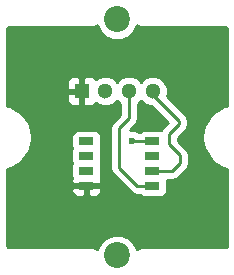
<source format=gtl>
G04 (created by PCBNEW (2013-may-18)-stable) date Sun 16 Aug 2015 06:52:27 PM CST*
%MOIN*%
G04 Gerber Fmt 3.4, Leading zero omitted, Abs format*
%FSLAX34Y34*%
G01*
G70*
G90*
G04 APERTURE LIST*
%ADD10C,0.00590551*%
%ADD11C,0.0866142*%
%ADD12R,0.05X0.025*%
%ADD13R,0.0511811X0.0511811*%
%ADD14C,0.0511811*%
%ADD15C,0.023622*%
%ADD16C,0.01*%
G04 APERTURE END LIST*
G54D10*
G54D11*
X82677Y-51181D03*
X82677Y-59055D03*
G54D12*
X81655Y-55234D03*
X81655Y-55734D03*
X81655Y-56234D03*
X81655Y-56734D03*
X83855Y-56734D03*
X83855Y-56234D03*
X83855Y-55734D03*
X83855Y-55234D03*
G54D13*
X81496Y-53582D03*
G54D14*
X82283Y-53582D03*
X83070Y-53582D03*
X83858Y-53582D03*
G54D15*
X83188Y-55236D03*
X83661Y-54291D03*
G54D16*
X83858Y-53582D02*
X83858Y-53700D01*
X84513Y-56234D02*
X83855Y-56234D01*
X84763Y-55984D02*
X84513Y-56234D01*
X84763Y-55708D02*
X84763Y-55984D01*
X84409Y-55354D02*
X84763Y-55708D01*
X84409Y-55000D02*
X84409Y-55354D01*
X84724Y-54685D02*
X84409Y-55000D01*
X84724Y-54566D02*
X84724Y-54685D01*
X83858Y-53700D02*
X84724Y-54566D01*
X83070Y-53582D02*
X83070Y-54488D01*
X83348Y-56734D02*
X83855Y-56734D01*
X82755Y-56141D02*
X83348Y-56734D01*
X82755Y-54803D02*
X82755Y-56141D01*
X83070Y-54488D02*
X82755Y-54803D01*
X83190Y-55234D02*
X83855Y-55234D01*
X83188Y-55236D02*
X83190Y-55234D01*
X81496Y-53582D02*
X81496Y-54094D01*
X81143Y-56734D02*
X81655Y-56734D01*
X80905Y-56496D02*
X81143Y-56734D01*
X80905Y-54685D02*
X80905Y-56496D01*
X81496Y-54094D02*
X80905Y-54685D01*
G54D10*
G36*
X84359Y-54625D02*
X84197Y-54787D01*
X84149Y-54859D01*
X84056Y-54859D01*
X83556Y-54859D01*
X83464Y-54897D01*
X83427Y-54934D01*
X83407Y-54934D01*
X83397Y-54924D01*
X83262Y-54868D01*
X83116Y-54868D01*
X83114Y-54868D01*
X83282Y-54700D01*
X83282Y-54700D01*
X83348Y-54602D01*
X83370Y-54488D01*
X83370Y-54488D01*
X83370Y-53998D01*
X83464Y-53904D01*
X83571Y-54011D01*
X83757Y-54088D01*
X83821Y-54088D01*
X84359Y-54625D01*
X84359Y-54625D01*
G37*
G54D16*
X84359Y-54625D02*
X84197Y-54787D01*
X84149Y-54859D01*
X84056Y-54859D01*
X83556Y-54859D01*
X83464Y-54897D01*
X83427Y-54934D01*
X83407Y-54934D01*
X83397Y-54924D01*
X83262Y-54868D01*
X83116Y-54868D01*
X83114Y-54868D01*
X83282Y-54700D01*
X83282Y-54700D01*
X83348Y-54602D01*
X83370Y-54488D01*
X83370Y-54488D01*
X83370Y-53998D01*
X83464Y-53904D01*
X83571Y-54011D01*
X83757Y-54088D01*
X83821Y-54088D01*
X84359Y-54625D01*
G54D10*
G36*
X86344Y-58713D02*
X86336Y-58755D01*
X86327Y-58768D01*
X86314Y-58777D01*
X86272Y-58785D01*
X85063Y-58785D01*
X85063Y-55984D01*
X85063Y-55708D01*
X85040Y-55593D01*
X84975Y-55496D01*
X84975Y-55496D01*
X84709Y-55230D01*
X84709Y-55124D01*
X84936Y-54897D01*
X84936Y-54897D01*
X85001Y-54799D01*
X85024Y-54685D01*
X85024Y-54685D01*
X85024Y-54566D01*
X85024Y-54566D01*
X85001Y-54452D01*
X84936Y-54354D01*
X84936Y-54354D01*
X84335Y-53753D01*
X84364Y-53683D01*
X84364Y-53482D01*
X84287Y-53296D01*
X84145Y-53154D01*
X83959Y-53076D01*
X83758Y-53076D01*
X83572Y-53153D01*
X83464Y-53260D01*
X83357Y-53154D01*
X83171Y-53076D01*
X82970Y-53076D01*
X82784Y-53153D01*
X82677Y-53260D01*
X82570Y-53154D01*
X82384Y-53076D01*
X82183Y-53076D01*
X81997Y-53153D01*
X81964Y-53186D01*
X81963Y-53184D01*
X81893Y-53114D01*
X81801Y-53076D01*
X81608Y-53076D01*
X81546Y-53139D01*
X81546Y-53532D01*
X81553Y-53532D01*
X81553Y-53632D01*
X81546Y-53632D01*
X81546Y-54026D01*
X81608Y-54088D01*
X81801Y-54088D01*
X81893Y-54050D01*
X81963Y-53980D01*
X81964Y-53979D01*
X81996Y-54011D01*
X82182Y-54088D01*
X82383Y-54088D01*
X82569Y-54011D01*
X82677Y-53904D01*
X82770Y-53998D01*
X82770Y-54363D01*
X82543Y-54591D01*
X82478Y-54688D01*
X82455Y-54803D01*
X82455Y-56141D01*
X82478Y-56256D01*
X82543Y-56353D01*
X83136Y-56946D01*
X83136Y-56946D01*
X83233Y-57011D01*
X83348Y-57034D01*
X83427Y-57034D01*
X83464Y-57071D01*
X83555Y-57109D01*
X83655Y-57109D01*
X84155Y-57109D01*
X84247Y-57071D01*
X84317Y-57001D01*
X84355Y-56909D01*
X84355Y-56809D01*
X84355Y-56559D01*
X84345Y-56534D01*
X84513Y-56534D01*
X84513Y-56534D01*
X84628Y-56511D01*
X84628Y-56511D01*
X84725Y-56446D01*
X84975Y-56196D01*
X84975Y-56196D01*
X85040Y-56099D01*
X85063Y-55984D01*
X85063Y-55984D01*
X85063Y-58785D01*
X83503Y-58785D01*
X83477Y-58790D01*
X83451Y-58790D01*
X83427Y-58800D01*
X83400Y-58805D01*
X83378Y-58821D01*
X83354Y-58830D01*
X83336Y-58848D01*
X83332Y-58851D01*
X83256Y-58668D01*
X83064Y-58476D01*
X82813Y-58372D01*
X82541Y-58371D01*
X82290Y-58475D01*
X82155Y-58610D01*
X82155Y-56908D01*
X82155Y-56559D01*
X82124Y-56484D01*
X82155Y-56409D01*
X82155Y-56309D01*
X82155Y-56059D01*
X82124Y-55984D01*
X82155Y-55909D01*
X82155Y-55809D01*
X82155Y-55559D01*
X82124Y-55484D01*
X82155Y-55409D01*
X82155Y-55309D01*
X82155Y-55059D01*
X82117Y-54967D01*
X82047Y-54897D01*
X81955Y-54859D01*
X81856Y-54859D01*
X81446Y-54859D01*
X81446Y-54026D01*
X81446Y-53632D01*
X81446Y-53532D01*
X81446Y-53139D01*
X81383Y-53076D01*
X81190Y-53076D01*
X81098Y-53114D01*
X81028Y-53184D01*
X80990Y-53276D01*
X80990Y-53376D01*
X80990Y-53470D01*
X81052Y-53532D01*
X81446Y-53532D01*
X81446Y-53632D01*
X81052Y-53632D01*
X80990Y-53695D01*
X80990Y-53789D01*
X80990Y-53888D01*
X81028Y-53980D01*
X81098Y-54050D01*
X81190Y-54088D01*
X81383Y-54088D01*
X81446Y-54026D01*
X81446Y-54859D01*
X81356Y-54859D01*
X81264Y-54897D01*
X81194Y-54967D01*
X81155Y-55059D01*
X81155Y-55158D01*
X81155Y-55408D01*
X81187Y-55484D01*
X81155Y-55559D01*
X81155Y-55658D01*
X81155Y-55908D01*
X81187Y-55984D01*
X81155Y-56059D01*
X81155Y-56158D01*
X81155Y-56408D01*
X81187Y-56484D01*
X81155Y-56559D01*
X81155Y-56621D01*
X81218Y-56684D01*
X81605Y-56684D01*
X81605Y-56676D01*
X81705Y-56676D01*
X81705Y-56684D01*
X82093Y-56684D01*
X82155Y-56621D01*
X82155Y-56559D01*
X82155Y-56908D01*
X82155Y-56846D01*
X82093Y-56784D01*
X81705Y-56784D01*
X81705Y-57046D01*
X81768Y-57109D01*
X81856Y-57109D01*
X81955Y-57109D01*
X82047Y-57071D01*
X82117Y-57000D01*
X82155Y-56908D01*
X82155Y-58610D01*
X82098Y-58667D01*
X82022Y-58851D01*
X82018Y-58849D01*
X82000Y-58830D01*
X81975Y-58820D01*
X81953Y-58805D01*
X81927Y-58800D01*
X81902Y-58790D01*
X81876Y-58790D01*
X81850Y-58785D01*
X81605Y-58785D01*
X81605Y-57046D01*
X81605Y-56784D01*
X81218Y-56784D01*
X81155Y-56846D01*
X81155Y-56908D01*
X81193Y-57000D01*
X81264Y-57071D01*
X81355Y-57109D01*
X81455Y-57109D01*
X81543Y-57109D01*
X81605Y-57046D01*
X81605Y-58785D01*
X79082Y-58785D01*
X79039Y-58777D01*
X79027Y-58768D01*
X79018Y-58755D01*
X79009Y-58713D01*
X79009Y-56166D01*
X79107Y-56146D01*
X79109Y-56146D01*
X79206Y-56106D01*
X79473Y-55927D01*
X79474Y-55927D01*
X79548Y-55852D01*
X79728Y-55584D01*
X79768Y-55487D01*
X79768Y-55486D01*
X79831Y-55171D01*
X79831Y-55170D01*
X79831Y-55170D01*
X79831Y-55118D01*
X79831Y-55065D01*
X79831Y-55065D01*
X79831Y-55065D01*
X79768Y-54750D01*
X79768Y-54748D01*
X79728Y-54651D01*
X79548Y-54383D01*
X79474Y-54309D01*
X79473Y-54308D01*
X79206Y-54130D01*
X79109Y-54089D01*
X79107Y-54089D01*
X79009Y-54070D01*
X79009Y-51522D01*
X79018Y-51481D01*
X79027Y-51467D01*
X79039Y-51459D01*
X79082Y-51450D01*
X81850Y-51450D01*
X81876Y-51445D01*
X81902Y-51445D01*
X81927Y-51435D01*
X81953Y-51430D01*
X81975Y-51415D01*
X82000Y-51405D01*
X82018Y-51386D01*
X82022Y-51384D01*
X82097Y-51567D01*
X82289Y-51759D01*
X82540Y-51864D01*
X82812Y-51864D01*
X83063Y-51760D01*
X83255Y-51568D01*
X83332Y-51384D01*
X83336Y-51387D01*
X83354Y-51405D01*
X83378Y-51415D01*
X83400Y-51430D01*
X83427Y-51435D01*
X83451Y-51445D01*
X83477Y-51445D01*
X83503Y-51450D01*
X86272Y-51450D01*
X86314Y-51459D01*
X86327Y-51467D01*
X86336Y-51480D01*
X86344Y-51523D01*
X86344Y-54069D01*
X86246Y-54089D01*
X86244Y-54089D01*
X86147Y-54129D01*
X85879Y-54309D01*
X85805Y-54383D01*
X85804Y-54385D01*
X85626Y-54651D01*
X85585Y-54748D01*
X85585Y-54750D01*
X85522Y-55065D01*
X85522Y-55065D01*
X85522Y-55065D01*
X85522Y-55118D01*
X85522Y-55170D01*
X85522Y-55170D01*
X85522Y-55170D01*
X85585Y-55485D01*
X85585Y-55487D01*
X85626Y-55584D01*
X85804Y-55851D01*
X85805Y-55852D01*
X85879Y-55926D01*
X86147Y-56106D01*
X86244Y-56146D01*
X86246Y-56146D01*
X86344Y-56166D01*
X86344Y-58713D01*
X86344Y-58713D01*
G37*
G54D16*
X86344Y-58713D02*
X86336Y-58755D01*
X86327Y-58768D01*
X86314Y-58777D01*
X86272Y-58785D01*
X85063Y-58785D01*
X85063Y-55984D01*
X85063Y-55708D01*
X85040Y-55593D01*
X84975Y-55496D01*
X84975Y-55496D01*
X84709Y-55230D01*
X84709Y-55124D01*
X84936Y-54897D01*
X84936Y-54897D01*
X85001Y-54799D01*
X85024Y-54685D01*
X85024Y-54685D01*
X85024Y-54566D01*
X85024Y-54566D01*
X85001Y-54452D01*
X84936Y-54354D01*
X84936Y-54354D01*
X84335Y-53753D01*
X84364Y-53683D01*
X84364Y-53482D01*
X84287Y-53296D01*
X84145Y-53154D01*
X83959Y-53076D01*
X83758Y-53076D01*
X83572Y-53153D01*
X83464Y-53260D01*
X83357Y-53154D01*
X83171Y-53076D01*
X82970Y-53076D01*
X82784Y-53153D01*
X82677Y-53260D01*
X82570Y-53154D01*
X82384Y-53076D01*
X82183Y-53076D01*
X81997Y-53153D01*
X81964Y-53186D01*
X81963Y-53184D01*
X81893Y-53114D01*
X81801Y-53076D01*
X81608Y-53076D01*
X81546Y-53139D01*
X81546Y-53532D01*
X81553Y-53532D01*
X81553Y-53632D01*
X81546Y-53632D01*
X81546Y-54026D01*
X81608Y-54088D01*
X81801Y-54088D01*
X81893Y-54050D01*
X81963Y-53980D01*
X81964Y-53979D01*
X81996Y-54011D01*
X82182Y-54088D01*
X82383Y-54088D01*
X82569Y-54011D01*
X82677Y-53904D01*
X82770Y-53998D01*
X82770Y-54363D01*
X82543Y-54591D01*
X82478Y-54688D01*
X82455Y-54803D01*
X82455Y-56141D01*
X82478Y-56256D01*
X82543Y-56353D01*
X83136Y-56946D01*
X83136Y-56946D01*
X83233Y-57011D01*
X83348Y-57034D01*
X83427Y-57034D01*
X83464Y-57071D01*
X83555Y-57109D01*
X83655Y-57109D01*
X84155Y-57109D01*
X84247Y-57071D01*
X84317Y-57001D01*
X84355Y-56909D01*
X84355Y-56809D01*
X84355Y-56559D01*
X84345Y-56534D01*
X84513Y-56534D01*
X84513Y-56534D01*
X84628Y-56511D01*
X84628Y-56511D01*
X84725Y-56446D01*
X84975Y-56196D01*
X84975Y-56196D01*
X85040Y-56099D01*
X85063Y-55984D01*
X85063Y-55984D01*
X85063Y-58785D01*
X83503Y-58785D01*
X83477Y-58790D01*
X83451Y-58790D01*
X83427Y-58800D01*
X83400Y-58805D01*
X83378Y-58821D01*
X83354Y-58830D01*
X83336Y-58848D01*
X83332Y-58851D01*
X83256Y-58668D01*
X83064Y-58476D01*
X82813Y-58372D01*
X82541Y-58371D01*
X82290Y-58475D01*
X82155Y-58610D01*
X82155Y-56908D01*
X82155Y-56559D01*
X82124Y-56484D01*
X82155Y-56409D01*
X82155Y-56309D01*
X82155Y-56059D01*
X82124Y-55984D01*
X82155Y-55909D01*
X82155Y-55809D01*
X82155Y-55559D01*
X82124Y-55484D01*
X82155Y-55409D01*
X82155Y-55309D01*
X82155Y-55059D01*
X82117Y-54967D01*
X82047Y-54897D01*
X81955Y-54859D01*
X81856Y-54859D01*
X81446Y-54859D01*
X81446Y-54026D01*
X81446Y-53632D01*
X81446Y-53532D01*
X81446Y-53139D01*
X81383Y-53076D01*
X81190Y-53076D01*
X81098Y-53114D01*
X81028Y-53184D01*
X80990Y-53276D01*
X80990Y-53376D01*
X80990Y-53470D01*
X81052Y-53532D01*
X81446Y-53532D01*
X81446Y-53632D01*
X81052Y-53632D01*
X80990Y-53695D01*
X80990Y-53789D01*
X80990Y-53888D01*
X81028Y-53980D01*
X81098Y-54050D01*
X81190Y-54088D01*
X81383Y-54088D01*
X81446Y-54026D01*
X81446Y-54859D01*
X81356Y-54859D01*
X81264Y-54897D01*
X81194Y-54967D01*
X81155Y-55059D01*
X81155Y-55158D01*
X81155Y-55408D01*
X81187Y-55484D01*
X81155Y-55559D01*
X81155Y-55658D01*
X81155Y-55908D01*
X81187Y-55984D01*
X81155Y-56059D01*
X81155Y-56158D01*
X81155Y-56408D01*
X81187Y-56484D01*
X81155Y-56559D01*
X81155Y-56621D01*
X81218Y-56684D01*
X81605Y-56684D01*
X81605Y-56676D01*
X81705Y-56676D01*
X81705Y-56684D01*
X82093Y-56684D01*
X82155Y-56621D01*
X82155Y-56559D01*
X82155Y-56908D01*
X82155Y-56846D01*
X82093Y-56784D01*
X81705Y-56784D01*
X81705Y-57046D01*
X81768Y-57109D01*
X81856Y-57109D01*
X81955Y-57109D01*
X82047Y-57071D01*
X82117Y-57000D01*
X82155Y-56908D01*
X82155Y-58610D01*
X82098Y-58667D01*
X82022Y-58851D01*
X82018Y-58849D01*
X82000Y-58830D01*
X81975Y-58820D01*
X81953Y-58805D01*
X81927Y-58800D01*
X81902Y-58790D01*
X81876Y-58790D01*
X81850Y-58785D01*
X81605Y-58785D01*
X81605Y-57046D01*
X81605Y-56784D01*
X81218Y-56784D01*
X81155Y-56846D01*
X81155Y-56908D01*
X81193Y-57000D01*
X81264Y-57071D01*
X81355Y-57109D01*
X81455Y-57109D01*
X81543Y-57109D01*
X81605Y-57046D01*
X81605Y-58785D01*
X79082Y-58785D01*
X79039Y-58777D01*
X79027Y-58768D01*
X79018Y-58755D01*
X79009Y-58713D01*
X79009Y-56166D01*
X79107Y-56146D01*
X79109Y-56146D01*
X79206Y-56106D01*
X79473Y-55927D01*
X79474Y-55927D01*
X79548Y-55852D01*
X79728Y-55584D01*
X79768Y-55487D01*
X79768Y-55486D01*
X79831Y-55171D01*
X79831Y-55170D01*
X79831Y-55170D01*
X79831Y-55118D01*
X79831Y-55065D01*
X79831Y-55065D01*
X79831Y-55065D01*
X79768Y-54750D01*
X79768Y-54748D01*
X79728Y-54651D01*
X79548Y-54383D01*
X79474Y-54309D01*
X79473Y-54308D01*
X79206Y-54130D01*
X79109Y-54089D01*
X79107Y-54089D01*
X79009Y-54070D01*
X79009Y-51522D01*
X79018Y-51481D01*
X79027Y-51467D01*
X79039Y-51459D01*
X79082Y-51450D01*
X81850Y-51450D01*
X81876Y-51445D01*
X81902Y-51445D01*
X81927Y-51435D01*
X81953Y-51430D01*
X81975Y-51415D01*
X82000Y-51405D01*
X82018Y-51386D01*
X82022Y-51384D01*
X82097Y-51567D01*
X82289Y-51759D01*
X82540Y-51864D01*
X82812Y-51864D01*
X83063Y-51760D01*
X83255Y-51568D01*
X83332Y-51384D01*
X83336Y-51387D01*
X83354Y-51405D01*
X83378Y-51415D01*
X83400Y-51430D01*
X83427Y-51435D01*
X83451Y-51445D01*
X83477Y-51445D01*
X83503Y-51450D01*
X86272Y-51450D01*
X86314Y-51459D01*
X86327Y-51467D01*
X86336Y-51480D01*
X86344Y-51523D01*
X86344Y-54069D01*
X86246Y-54089D01*
X86244Y-54089D01*
X86147Y-54129D01*
X85879Y-54309D01*
X85805Y-54383D01*
X85804Y-54385D01*
X85626Y-54651D01*
X85585Y-54748D01*
X85585Y-54750D01*
X85522Y-55065D01*
X85522Y-55065D01*
X85522Y-55065D01*
X85522Y-55118D01*
X85522Y-55170D01*
X85522Y-55170D01*
X85522Y-55170D01*
X85585Y-55485D01*
X85585Y-55487D01*
X85626Y-55584D01*
X85804Y-55851D01*
X85805Y-55852D01*
X85879Y-55926D01*
X86147Y-56106D01*
X86244Y-56146D01*
X86246Y-56146D01*
X86344Y-56166D01*
X86344Y-58713D01*
M02*

</source>
